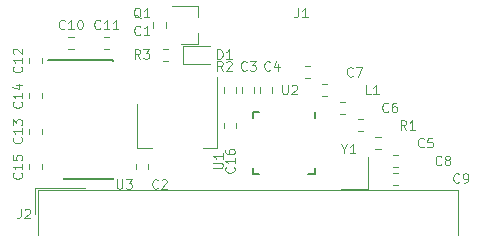
<source format=gbr>
G04 #@! TF.GenerationSoftware,KiCad,Pcbnew,(5.0.0-rc2-dev-231-ge0e0687cd)*
G04 #@! TF.CreationDate,2018-07-23T22:11:46+02:00*
G04 #@! TF.ProjectId,WiFi_Plotter,576946695F506C6F747465722E6B6963,rev?*
G04 #@! TF.SameCoordinates,Original*
G04 #@! TF.FileFunction,Legend,Top*
G04 #@! TF.FilePolarity,Positive*
%FSLAX46Y46*%
G04 Gerber Fmt 4.6, Leading zero omitted, Abs format (unit mm)*
G04 Created by KiCad (PCBNEW (5.0.0-rc2-dev-231-ge0e0687cd)) date Mon Jul 23 22:11:46 2018*
%MOMM*%
%LPD*%
G01*
G04 APERTURE LIST*
%ADD10C,0.120000*%
%ADD11C,0.150000*%
G04 APERTURE END LIST*
D10*
X85760000Y-123580000D02*
X84300000Y-123580000D01*
X85760000Y-120420000D02*
X83600000Y-120420000D01*
X85760000Y-120420000D02*
X85760000Y-121350000D01*
X85760000Y-123580000D02*
X85760000Y-122650000D01*
X84530000Y-125260000D02*
X86800000Y-125260000D01*
X84530000Y-123740000D02*
X84530000Y-125260000D01*
X86800000Y-123740000D02*
X84530000Y-123740000D01*
X82780000Y-125010000D02*
X83220000Y-125010000D01*
X82780000Y-123990000D02*
X83220000Y-123990000D01*
X102720000Y-134490000D02*
X102280000Y-134490000D01*
X102720000Y-135510000D02*
X102280000Y-135510000D01*
D11*
X95625000Y-134625000D02*
X95625000Y-134100000D01*
X90375000Y-134625000D02*
X90375000Y-134100000D01*
X90375000Y-129375000D02*
X90375000Y-129900000D01*
X95625000Y-129375000D02*
X95625000Y-129900000D01*
X90375000Y-134625000D02*
X90900000Y-134625000D01*
X90375000Y-129375000D02*
X90900000Y-129375000D01*
X95625000Y-134625000D02*
X95100000Y-134625000D01*
D10*
X96720000Y-128010000D02*
X96280000Y-128010000D01*
X96720000Y-126990000D02*
X96280000Y-126990000D01*
X87990000Y-130720000D02*
X87990000Y-130280000D01*
X89010000Y-130720000D02*
X89010000Y-130280000D01*
X97850000Y-135850000D02*
X100150000Y-135850000D01*
X100150000Y-135850000D02*
X100150000Y-133150000D01*
X87990000Y-127720000D02*
X87990000Y-127280000D01*
X89010000Y-127720000D02*
X89010000Y-127280000D01*
X80590000Y-132410000D02*
X81850000Y-132410000D01*
X87410000Y-132410000D02*
X86150000Y-132410000D01*
X80590000Y-128650000D02*
X80590000Y-132410000D01*
X87410000Y-126400000D02*
X87410000Y-132410000D01*
X83010000Y-122219999D02*
X83010000Y-121779999D01*
X81990000Y-122219999D02*
X81990000Y-121779999D01*
X72510000Y-134220000D02*
X72510000Y-133780000D01*
X71490000Y-134220000D02*
X71490000Y-133780000D01*
X71490000Y-128220000D02*
X71490000Y-127780000D01*
X72510000Y-128220000D02*
X72510000Y-127780000D01*
X71490000Y-124780000D02*
X71490000Y-125220000D01*
X72510000Y-124780000D02*
X72510000Y-125220000D01*
X77780000Y-122990000D02*
X78220000Y-122990000D01*
X77780000Y-124010000D02*
X78220000Y-124010000D01*
X75220000Y-122990000D02*
X74780000Y-122990000D01*
X75220000Y-124010000D02*
X74780000Y-124010000D01*
X102720000Y-134010000D02*
X102280000Y-134010000D01*
X102720000Y-132990000D02*
X102280000Y-132990000D01*
X95220000Y-126510000D02*
X94780000Y-126510000D01*
X95220000Y-125490000D02*
X94780000Y-125490000D01*
X97780000Y-129510000D02*
X98220000Y-129510000D01*
X97780000Y-128490000D02*
X98220000Y-128490000D01*
X100780000Y-131490000D02*
X101220000Y-131490000D01*
X100780000Y-132510000D02*
X101220000Y-132510000D01*
X71490000Y-130780000D02*
X71490000Y-131220000D01*
X72510000Y-130780000D02*
X72510000Y-131220000D01*
X90990000Y-127720000D02*
X90990000Y-127280000D01*
X92010000Y-127720000D02*
X92010000Y-127280000D01*
X90510000Y-127720000D02*
X90510000Y-127280000D01*
X89490000Y-127720000D02*
X89490000Y-127280000D01*
X80490000Y-134220000D02*
X80490000Y-133780000D01*
X81510000Y-134220000D02*
X81510000Y-133780000D01*
X107803333Y-139740000D02*
X107803333Y-136000000D01*
X107803333Y-136000000D02*
X72196667Y-136000000D01*
X72196667Y-136000000D02*
X72196667Y-139740000D01*
X71956667Y-138000000D02*
X71956667Y-135760000D01*
X71956667Y-135760000D02*
X76150000Y-135760000D01*
D11*
X74425000Y-124925000D02*
X74425000Y-124950000D01*
X78575000Y-124925000D02*
X78575000Y-125030000D01*
X78575000Y-135075000D02*
X78575000Y-134970000D01*
X74425000Y-135075000D02*
X74425000Y-134970000D01*
X74425000Y-124925000D02*
X78575000Y-124925000D01*
X74425000Y-135075000D02*
X78575000Y-135075000D01*
X74425000Y-124950000D02*
X73050000Y-124950000D01*
D10*
X99280000Y-129990000D02*
X99720000Y-129990000D01*
X99280000Y-131010000D02*
X99720000Y-131010000D01*
X80923809Y-121438095D02*
X80847619Y-121400000D01*
X80771428Y-121323809D01*
X80657142Y-121209523D01*
X80580952Y-121171428D01*
X80504761Y-121171428D01*
X80542857Y-121361904D02*
X80466666Y-121323809D01*
X80390476Y-121247619D01*
X80352380Y-121095238D01*
X80352380Y-120828571D01*
X80390476Y-120676190D01*
X80466666Y-120600000D01*
X80542857Y-120561904D01*
X80695238Y-120561904D01*
X80771428Y-120600000D01*
X80847619Y-120676190D01*
X80885714Y-120828571D01*
X80885714Y-121095238D01*
X80847619Y-121247619D01*
X80771428Y-121323809D01*
X80695238Y-121361904D01*
X80542857Y-121361904D01*
X81647619Y-121361904D02*
X81190476Y-121361904D01*
X81419047Y-121361904D02*
X81419047Y-120561904D01*
X81342857Y-120676190D01*
X81266666Y-120752380D01*
X81190476Y-120790476D01*
X94233333Y-120561904D02*
X94233333Y-121133333D01*
X94195238Y-121247619D01*
X94119047Y-121323809D01*
X94004761Y-121361904D01*
X93928571Y-121361904D01*
X95033333Y-121361904D02*
X94576190Y-121361904D01*
X94804761Y-121361904D02*
X94804761Y-120561904D01*
X94728571Y-120676190D01*
X94652380Y-120752380D01*
X94576190Y-120790476D01*
X87409523Y-124861904D02*
X87409523Y-124061904D01*
X87600000Y-124061904D01*
X87714285Y-124100000D01*
X87790476Y-124176190D01*
X87828571Y-124252380D01*
X87866666Y-124404761D01*
X87866666Y-124519047D01*
X87828571Y-124671428D01*
X87790476Y-124747619D01*
X87714285Y-124823809D01*
X87600000Y-124861904D01*
X87409523Y-124861904D01*
X88628571Y-124861904D02*
X88171428Y-124861904D01*
X88400000Y-124861904D02*
X88400000Y-124061904D01*
X88323809Y-124176190D01*
X88247619Y-124252380D01*
X88171428Y-124290476D01*
X80866666Y-124861904D02*
X80600000Y-124480952D01*
X80409523Y-124861904D02*
X80409523Y-124061904D01*
X80714285Y-124061904D01*
X80790476Y-124100000D01*
X80828571Y-124138095D01*
X80866666Y-124214285D01*
X80866666Y-124328571D01*
X80828571Y-124404761D01*
X80790476Y-124442857D01*
X80714285Y-124480952D01*
X80409523Y-124480952D01*
X81133333Y-124061904D02*
X81628571Y-124061904D01*
X81361904Y-124366666D01*
X81476190Y-124366666D01*
X81552380Y-124404761D01*
X81590476Y-124442857D01*
X81628571Y-124519047D01*
X81628571Y-124709523D01*
X81590476Y-124785714D01*
X81552380Y-124823809D01*
X81476190Y-124861904D01*
X81247619Y-124861904D01*
X81171428Y-124823809D01*
X81133333Y-124785714D01*
X107866666Y-135285714D02*
X107828571Y-135323809D01*
X107714285Y-135361904D01*
X107638095Y-135361904D01*
X107523809Y-135323809D01*
X107447619Y-135247619D01*
X107409523Y-135171428D01*
X107371428Y-135019047D01*
X107371428Y-134904761D01*
X107409523Y-134752380D01*
X107447619Y-134676190D01*
X107523809Y-134600000D01*
X107638095Y-134561904D01*
X107714285Y-134561904D01*
X107828571Y-134600000D01*
X107866666Y-134638095D01*
X108247619Y-135361904D02*
X108400000Y-135361904D01*
X108476190Y-135323809D01*
X108514285Y-135285714D01*
X108590476Y-135171428D01*
X108628571Y-135019047D01*
X108628571Y-134714285D01*
X108590476Y-134638095D01*
X108552380Y-134600000D01*
X108476190Y-134561904D01*
X108323809Y-134561904D01*
X108247619Y-134600000D01*
X108209523Y-134638095D01*
X108171428Y-134714285D01*
X108171428Y-134904761D01*
X108209523Y-134980952D01*
X108247619Y-135019047D01*
X108323809Y-135057142D01*
X108476190Y-135057142D01*
X108552380Y-135019047D01*
X108590476Y-134980952D01*
X108628571Y-134904761D01*
X92890476Y-127061904D02*
X92890476Y-127709523D01*
X92928571Y-127785714D01*
X92966666Y-127823809D01*
X93042857Y-127861904D01*
X93195238Y-127861904D01*
X93271428Y-127823809D01*
X93309523Y-127785714D01*
X93347619Y-127709523D01*
X93347619Y-127061904D01*
X93690476Y-127138095D02*
X93728571Y-127100000D01*
X93804761Y-127061904D01*
X93995238Y-127061904D01*
X94071428Y-127100000D01*
X94109523Y-127138095D01*
X94147619Y-127214285D01*
X94147619Y-127290476D01*
X94109523Y-127404761D01*
X93652380Y-127861904D01*
X94147619Y-127861904D01*
X100366666Y-127861904D02*
X99985714Y-127861904D01*
X99985714Y-127061904D01*
X101052380Y-127861904D02*
X100595238Y-127861904D01*
X100823809Y-127861904D02*
X100823809Y-127061904D01*
X100747619Y-127176190D01*
X100671428Y-127252380D01*
X100595238Y-127290476D01*
X88785714Y-134014285D02*
X88823809Y-134052380D01*
X88861904Y-134166666D01*
X88861904Y-134242857D01*
X88823809Y-134357142D01*
X88747619Y-134433333D01*
X88671428Y-134471428D01*
X88519047Y-134509523D01*
X88404761Y-134509523D01*
X88252380Y-134471428D01*
X88176190Y-134433333D01*
X88100000Y-134357142D01*
X88061904Y-134242857D01*
X88061904Y-134166666D01*
X88100000Y-134052380D01*
X88138095Y-134014285D01*
X88861904Y-133252380D02*
X88861904Y-133709523D01*
X88861904Y-133480952D02*
X88061904Y-133480952D01*
X88176190Y-133557142D01*
X88252380Y-133633333D01*
X88290476Y-133709523D01*
X88061904Y-132566666D02*
X88061904Y-132719047D01*
X88100000Y-132795238D01*
X88138095Y-132833333D01*
X88252380Y-132909523D01*
X88404761Y-132947619D01*
X88709523Y-132947619D01*
X88785714Y-132909523D01*
X88823809Y-132871428D01*
X88861904Y-132795238D01*
X88861904Y-132642857D01*
X88823809Y-132566666D01*
X88785714Y-132528571D01*
X88709523Y-132490476D01*
X88519047Y-132490476D01*
X88442857Y-132528571D01*
X88404761Y-132566666D01*
X88366666Y-132642857D01*
X88366666Y-132795238D01*
X88404761Y-132871428D01*
X88442857Y-132909523D01*
X88519047Y-132947619D01*
X98119047Y-132480952D02*
X98119047Y-132861904D01*
X97852380Y-132061904D02*
X98119047Y-132480952D01*
X98385714Y-132061904D01*
X99071428Y-132861904D02*
X98614285Y-132861904D01*
X98842857Y-132861904D02*
X98842857Y-132061904D01*
X98766666Y-132176190D01*
X98690476Y-132252380D01*
X98614285Y-132290476D01*
X87866666Y-125861904D02*
X87600000Y-125480952D01*
X87409523Y-125861904D02*
X87409523Y-125061904D01*
X87714285Y-125061904D01*
X87790476Y-125100000D01*
X87828571Y-125138095D01*
X87866666Y-125214285D01*
X87866666Y-125328571D01*
X87828571Y-125404761D01*
X87790476Y-125442857D01*
X87714285Y-125480952D01*
X87409523Y-125480952D01*
X88171428Y-125138095D02*
X88209523Y-125100000D01*
X88285714Y-125061904D01*
X88476190Y-125061904D01*
X88552380Y-125100000D01*
X88590476Y-125138095D01*
X88628571Y-125214285D01*
X88628571Y-125290476D01*
X88590476Y-125404761D01*
X88133333Y-125861904D01*
X88628571Y-125861904D01*
X87061904Y-134109523D02*
X87709523Y-134109523D01*
X87785714Y-134071428D01*
X87823809Y-134033333D01*
X87861904Y-133957142D01*
X87861904Y-133804761D01*
X87823809Y-133728571D01*
X87785714Y-133690476D01*
X87709523Y-133652380D01*
X87061904Y-133652380D01*
X87861904Y-132852380D02*
X87861904Y-133309523D01*
X87861904Y-133080952D02*
X87061904Y-133080952D01*
X87176190Y-133157142D01*
X87252380Y-133233333D01*
X87290476Y-133309523D01*
X80866666Y-122785714D02*
X80828571Y-122823809D01*
X80714285Y-122861904D01*
X80638095Y-122861904D01*
X80523809Y-122823809D01*
X80447619Y-122747619D01*
X80409523Y-122671428D01*
X80371428Y-122519047D01*
X80371428Y-122404761D01*
X80409523Y-122252380D01*
X80447619Y-122176190D01*
X80523809Y-122100000D01*
X80638095Y-122061904D01*
X80714285Y-122061904D01*
X80828571Y-122100000D01*
X80866666Y-122138095D01*
X81628571Y-122861904D02*
X81171428Y-122861904D01*
X81400000Y-122861904D02*
X81400000Y-122061904D01*
X81323809Y-122176190D01*
X81247619Y-122252380D01*
X81171428Y-122290476D01*
X70785714Y-134514285D02*
X70823809Y-134552380D01*
X70861904Y-134666666D01*
X70861904Y-134742857D01*
X70823809Y-134857142D01*
X70747619Y-134933333D01*
X70671428Y-134971428D01*
X70519047Y-135009523D01*
X70404761Y-135009523D01*
X70252380Y-134971428D01*
X70176190Y-134933333D01*
X70100000Y-134857142D01*
X70061904Y-134742857D01*
X70061904Y-134666666D01*
X70100000Y-134552380D01*
X70138095Y-134514285D01*
X70861904Y-133752380D02*
X70861904Y-134209523D01*
X70861904Y-133980952D02*
X70061904Y-133980952D01*
X70176190Y-134057142D01*
X70252380Y-134133333D01*
X70290476Y-134209523D01*
X70061904Y-133028571D02*
X70061904Y-133409523D01*
X70442857Y-133447619D01*
X70404761Y-133409523D01*
X70366666Y-133333333D01*
X70366666Y-133142857D01*
X70404761Y-133066666D01*
X70442857Y-133028571D01*
X70519047Y-132990476D01*
X70709523Y-132990476D01*
X70785714Y-133028571D01*
X70823809Y-133066666D01*
X70861904Y-133142857D01*
X70861904Y-133333333D01*
X70823809Y-133409523D01*
X70785714Y-133447619D01*
X70785714Y-128514285D02*
X70823809Y-128552380D01*
X70861904Y-128666666D01*
X70861904Y-128742857D01*
X70823809Y-128857142D01*
X70747619Y-128933333D01*
X70671428Y-128971428D01*
X70519047Y-129009523D01*
X70404761Y-129009523D01*
X70252380Y-128971428D01*
X70176190Y-128933333D01*
X70100000Y-128857142D01*
X70061904Y-128742857D01*
X70061904Y-128666666D01*
X70100000Y-128552380D01*
X70138095Y-128514285D01*
X70861904Y-127752380D02*
X70861904Y-128209523D01*
X70861904Y-127980952D02*
X70061904Y-127980952D01*
X70176190Y-128057142D01*
X70252380Y-128133333D01*
X70290476Y-128209523D01*
X70328571Y-127066666D02*
X70861904Y-127066666D01*
X70023809Y-127257142D02*
X70595238Y-127447619D01*
X70595238Y-126952380D01*
X70785714Y-125514285D02*
X70823809Y-125552380D01*
X70861904Y-125666666D01*
X70861904Y-125742857D01*
X70823809Y-125857142D01*
X70747619Y-125933333D01*
X70671428Y-125971428D01*
X70519047Y-126009523D01*
X70404761Y-126009523D01*
X70252380Y-125971428D01*
X70176190Y-125933333D01*
X70100000Y-125857142D01*
X70061904Y-125742857D01*
X70061904Y-125666666D01*
X70100000Y-125552380D01*
X70138095Y-125514285D01*
X70861904Y-124752380D02*
X70861904Y-125209523D01*
X70861904Y-124980952D02*
X70061904Y-124980952D01*
X70176190Y-125057142D01*
X70252380Y-125133333D01*
X70290476Y-125209523D01*
X70138095Y-124447619D02*
X70100000Y-124409523D01*
X70061904Y-124333333D01*
X70061904Y-124142857D01*
X70100000Y-124066666D01*
X70138095Y-124028571D01*
X70214285Y-123990476D01*
X70290476Y-123990476D01*
X70404761Y-124028571D01*
X70861904Y-124485714D01*
X70861904Y-123990476D01*
X77485714Y-122285714D02*
X77447619Y-122323809D01*
X77333333Y-122361904D01*
X77257142Y-122361904D01*
X77142857Y-122323809D01*
X77066666Y-122247619D01*
X77028571Y-122171428D01*
X76990476Y-122019047D01*
X76990476Y-121904761D01*
X77028571Y-121752380D01*
X77066666Y-121676190D01*
X77142857Y-121600000D01*
X77257142Y-121561904D01*
X77333333Y-121561904D01*
X77447619Y-121600000D01*
X77485714Y-121638095D01*
X78247619Y-122361904D02*
X77790476Y-122361904D01*
X78019047Y-122361904D02*
X78019047Y-121561904D01*
X77942857Y-121676190D01*
X77866666Y-121752380D01*
X77790476Y-121790476D01*
X79009523Y-122361904D02*
X78552380Y-122361904D01*
X78780952Y-122361904D02*
X78780952Y-121561904D01*
X78704761Y-121676190D01*
X78628571Y-121752380D01*
X78552380Y-121790476D01*
X74485714Y-122285714D02*
X74447619Y-122323809D01*
X74333333Y-122361904D01*
X74257142Y-122361904D01*
X74142857Y-122323809D01*
X74066666Y-122247619D01*
X74028571Y-122171428D01*
X73990476Y-122019047D01*
X73990476Y-121904761D01*
X74028571Y-121752380D01*
X74066666Y-121676190D01*
X74142857Y-121600000D01*
X74257142Y-121561904D01*
X74333333Y-121561904D01*
X74447619Y-121600000D01*
X74485714Y-121638095D01*
X75247619Y-122361904D02*
X74790476Y-122361904D01*
X75019047Y-122361904D02*
X75019047Y-121561904D01*
X74942857Y-121676190D01*
X74866666Y-121752380D01*
X74790476Y-121790476D01*
X75742857Y-121561904D02*
X75819047Y-121561904D01*
X75895238Y-121600000D01*
X75933333Y-121638095D01*
X75971428Y-121714285D01*
X76009523Y-121866666D01*
X76009523Y-122057142D01*
X75971428Y-122209523D01*
X75933333Y-122285714D01*
X75895238Y-122323809D01*
X75819047Y-122361904D01*
X75742857Y-122361904D01*
X75666666Y-122323809D01*
X75628571Y-122285714D01*
X75590476Y-122209523D01*
X75552380Y-122057142D01*
X75552380Y-121866666D01*
X75590476Y-121714285D01*
X75628571Y-121638095D01*
X75666666Y-121600000D01*
X75742857Y-121561904D01*
X106366666Y-133785714D02*
X106328571Y-133823809D01*
X106214285Y-133861904D01*
X106138095Y-133861904D01*
X106023809Y-133823809D01*
X105947619Y-133747619D01*
X105909523Y-133671428D01*
X105871428Y-133519047D01*
X105871428Y-133404761D01*
X105909523Y-133252380D01*
X105947619Y-133176190D01*
X106023809Y-133100000D01*
X106138095Y-133061904D01*
X106214285Y-133061904D01*
X106328571Y-133100000D01*
X106366666Y-133138095D01*
X106823809Y-133404761D02*
X106747619Y-133366666D01*
X106709523Y-133328571D01*
X106671428Y-133252380D01*
X106671428Y-133214285D01*
X106709523Y-133138095D01*
X106747619Y-133100000D01*
X106823809Y-133061904D01*
X106976190Y-133061904D01*
X107052380Y-133100000D01*
X107090476Y-133138095D01*
X107128571Y-133214285D01*
X107128571Y-133252380D01*
X107090476Y-133328571D01*
X107052380Y-133366666D01*
X106976190Y-133404761D01*
X106823809Y-133404761D01*
X106747619Y-133442857D01*
X106709523Y-133480952D01*
X106671428Y-133557142D01*
X106671428Y-133709523D01*
X106709523Y-133785714D01*
X106747619Y-133823809D01*
X106823809Y-133861904D01*
X106976190Y-133861904D01*
X107052380Y-133823809D01*
X107090476Y-133785714D01*
X107128571Y-133709523D01*
X107128571Y-133557142D01*
X107090476Y-133480952D01*
X107052380Y-133442857D01*
X106976190Y-133404761D01*
X98866666Y-126285714D02*
X98828571Y-126323809D01*
X98714285Y-126361904D01*
X98638095Y-126361904D01*
X98523809Y-126323809D01*
X98447619Y-126247619D01*
X98409523Y-126171428D01*
X98371428Y-126019047D01*
X98371428Y-125904761D01*
X98409523Y-125752380D01*
X98447619Y-125676190D01*
X98523809Y-125600000D01*
X98638095Y-125561904D01*
X98714285Y-125561904D01*
X98828571Y-125600000D01*
X98866666Y-125638095D01*
X99133333Y-125561904D02*
X99666666Y-125561904D01*
X99323809Y-126361904D01*
X101866666Y-129285714D02*
X101828571Y-129323809D01*
X101714285Y-129361904D01*
X101638095Y-129361904D01*
X101523809Y-129323809D01*
X101447619Y-129247619D01*
X101409523Y-129171428D01*
X101371428Y-129019047D01*
X101371428Y-128904761D01*
X101409523Y-128752380D01*
X101447619Y-128676190D01*
X101523809Y-128600000D01*
X101638095Y-128561904D01*
X101714285Y-128561904D01*
X101828571Y-128600000D01*
X101866666Y-128638095D01*
X102552380Y-128561904D02*
X102400000Y-128561904D01*
X102323809Y-128600000D01*
X102285714Y-128638095D01*
X102209523Y-128752380D01*
X102171428Y-128904761D01*
X102171428Y-129209523D01*
X102209523Y-129285714D01*
X102247619Y-129323809D01*
X102323809Y-129361904D01*
X102476190Y-129361904D01*
X102552380Y-129323809D01*
X102590476Y-129285714D01*
X102628571Y-129209523D01*
X102628571Y-129019047D01*
X102590476Y-128942857D01*
X102552380Y-128904761D01*
X102476190Y-128866666D01*
X102323809Y-128866666D01*
X102247619Y-128904761D01*
X102209523Y-128942857D01*
X102171428Y-129019047D01*
X104866666Y-132285714D02*
X104828571Y-132323809D01*
X104714285Y-132361904D01*
X104638095Y-132361904D01*
X104523809Y-132323809D01*
X104447619Y-132247619D01*
X104409523Y-132171428D01*
X104371428Y-132019047D01*
X104371428Y-131904761D01*
X104409523Y-131752380D01*
X104447619Y-131676190D01*
X104523809Y-131600000D01*
X104638095Y-131561904D01*
X104714285Y-131561904D01*
X104828571Y-131600000D01*
X104866666Y-131638095D01*
X105590476Y-131561904D02*
X105209523Y-131561904D01*
X105171428Y-131942857D01*
X105209523Y-131904761D01*
X105285714Y-131866666D01*
X105476190Y-131866666D01*
X105552380Y-131904761D01*
X105590476Y-131942857D01*
X105628571Y-132019047D01*
X105628571Y-132209523D01*
X105590476Y-132285714D01*
X105552380Y-132323809D01*
X105476190Y-132361904D01*
X105285714Y-132361904D01*
X105209523Y-132323809D01*
X105171428Y-132285714D01*
X70785714Y-131514285D02*
X70823809Y-131552380D01*
X70861904Y-131666666D01*
X70861904Y-131742857D01*
X70823809Y-131857142D01*
X70747619Y-131933333D01*
X70671428Y-131971428D01*
X70519047Y-132009523D01*
X70404761Y-132009523D01*
X70252380Y-131971428D01*
X70176190Y-131933333D01*
X70100000Y-131857142D01*
X70061904Y-131742857D01*
X70061904Y-131666666D01*
X70100000Y-131552380D01*
X70138095Y-131514285D01*
X70861904Y-130752380D02*
X70861904Y-131209523D01*
X70861904Y-130980952D02*
X70061904Y-130980952D01*
X70176190Y-131057142D01*
X70252380Y-131133333D01*
X70290476Y-131209523D01*
X70061904Y-130485714D02*
X70061904Y-129990476D01*
X70366666Y-130257142D01*
X70366666Y-130142857D01*
X70404761Y-130066666D01*
X70442857Y-130028571D01*
X70519047Y-129990476D01*
X70709523Y-129990476D01*
X70785714Y-130028571D01*
X70823809Y-130066666D01*
X70861904Y-130142857D01*
X70861904Y-130371428D01*
X70823809Y-130447619D01*
X70785714Y-130485714D01*
X91866666Y-125785714D02*
X91828571Y-125823809D01*
X91714285Y-125861904D01*
X91638095Y-125861904D01*
X91523809Y-125823809D01*
X91447619Y-125747619D01*
X91409523Y-125671428D01*
X91371428Y-125519047D01*
X91371428Y-125404761D01*
X91409523Y-125252380D01*
X91447619Y-125176190D01*
X91523809Y-125100000D01*
X91638095Y-125061904D01*
X91714285Y-125061904D01*
X91828571Y-125100000D01*
X91866666Y-125138095D01*
X92552380Y-125328571D02*
X92552380Y-125861904D01*
X92361904Y-125023809D02*
X92171428Y-125595238D01*
X92666666Y-125595238D01*
X89866666Y-125785714D02*
X89828571Y-125823809D01*
X89714285Y-125861904D01*
X89638095Y-125861904D01*
X89523809Y-125823809D01*
X89447619Y-125747619D01*
X89409523Y-125671428D01*
X89371428Y-125519047D01*
X89371428Y-125404761D01*
X89409523Y-125252380D01*
X89447619Y-125176190D01*
X89523809Y-125100000D01*
X89638095Y-125061904D01*
X89714285Y-125061904D01*
X89828571Y-125100000D01*
X89866666Y-125138095D01*
X90133333Y-125061904D02*
X90628571Y-125061904D01*
X90361904Y-125366666D01*
X90476190Y-125366666D01*
X90552380Y-125404761D01*
X90590476Y-125442857D01*
X90628571Y-125519047D01*
X90628571Y-125709523D01*
X90590476Y-125785714D01*
X90552380Y-125823809D01*
X90476190Y-125861904D01*
X90247619Y-125861904D01*
X90171428Y-125823809D01*
X90133333Y-125785714D01*
X82366666Y-135785714D02*
X82328571Y-135823809D01*
X82214285Y-135861904D01*
X82138095Y-135861904D01*
X82023809Y-135823809D01*
X81947619Y-135747619D01*
X81909523Y-135671428D01*
X81871428Y-135519047D01*
X81871428Y-135404761D01*
X81909523Y-135252380D01*
X81947619Y-135176190D01*
X82023809Y-135100000D01*
X82138095Y-135061904D01*
X82214285Y-135061904D01*
X82328571Y-135100000D01*
X82366666Y-135138095D01*
X82671428Y-135138095D02*
X82709523Y-135100000D01*
X82785714Y-135061904D01*
X82976190Y-135061904D01*
X83052380Y-135100000D01*
X83090476Y-135138095D01*
X83128571Y-135214285D01*
X83128571Y-135290476D01*
X83090476Y-135404761D01*
X82633333Y-135861904D01*
X83128571Y-135861904D01*
X70733333Y-137561904D02*
X70733333Y-138133333D01*
X70695238Y-138247619D01*
X70619047Y-138323809D01*
X70504761Y-138361904D01*
X70428571Y-138361904D01*
X71076190Y-137638095D02*
X71114285Y-137600000D01*
X71190476Y-137561904D01*
X71380952Y-137561904D01*
X71457142Y-137600000D01*
X71495238Y-137638095D01*
X71533333Y-137714285D01*
X71533333Y-137790476D01*
X71495238Y-137904761D01*
X71038095Y-138361904D01*
X71533333Y-138361904D01*
X78890476Y-135061904D02*
X78890476Y-135709523D01*
X78928571Y-135785714D01*
X78966666Y-135823809D01*
X79042857Y-135861904D01*
X79195238Y-135861904D01*
X79271428Y-135823809D01*
X79309523Y-135785714D01*
X79347619Y-135709523D01*
X79347619Y-135061904D01*
X79652380Y-135061904D02*
X80147619Y-135061904D01*
X79880952Y-135366666D01*
X79995238Y-135366666D01*
X80071428Y-135404761D01*
X80109523Y-135442857D01*
X80147619Y-135519047D01*
X80147619Y-135709523D01*
X80109523Y-135785714D01*
X80071428Y-135823809D01*
X79995238Y-135861904D01*
X79766666Y-135861904D01*
X79690476Y-135823809D01*
X79652380Y-135785714D01*
X103366666Y-130861904D02*
X103100000Y-130480952D01*
X102909523Y-130861904D02*
X102909523Y-130061904D01*
X103214285Y-130061904D01*
X103290476Y-130100000D01*
X103328571Y-130138095D01*
X103366666Y-130214285D01*
X103366666Y-130328571D01*
X103328571Y-130404761D01*
X103290476Y-130442857D01*
X103214285Y-130480952D01*
X102909523Y-130480952D01*
X104128571Y-130861904D02*
X103671428Y-130861904D01*
X103900000Y-130861904D02*
X103900000Y-130061904D01*
X103823809Y-130176190D01*
X103747619Y-130252380D01*
X103671428Y-130290476D01*
M02*

</source>
